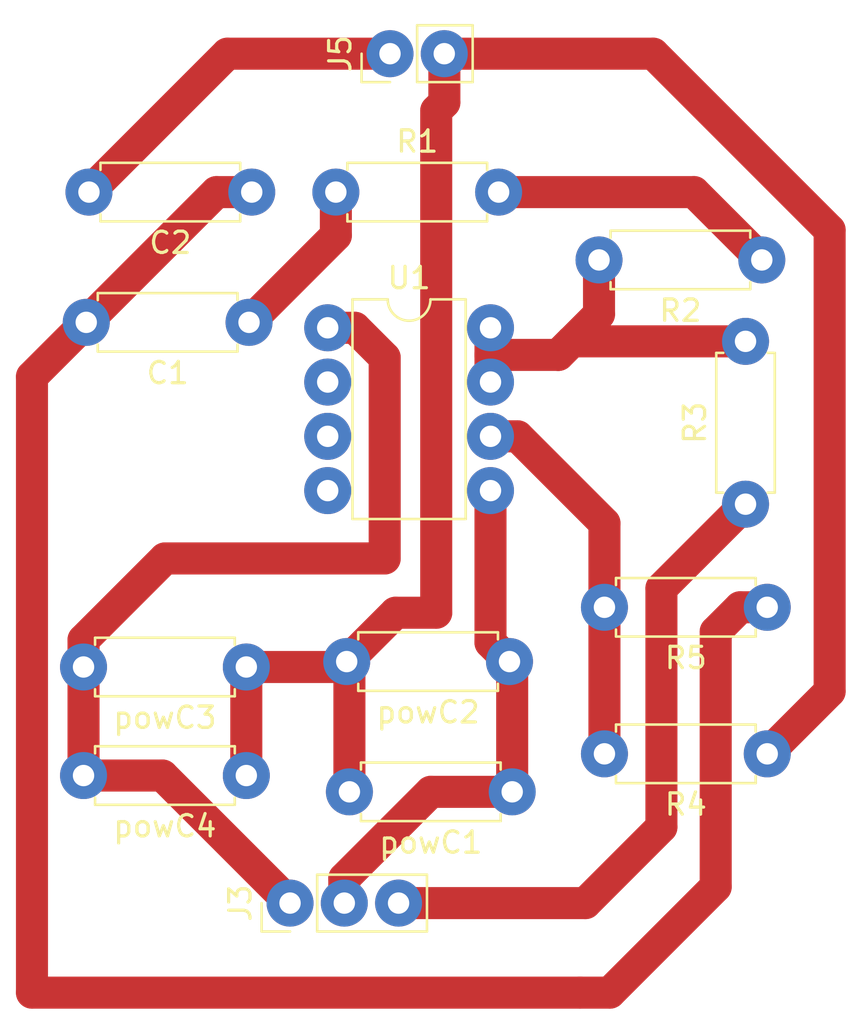
<source format=kicad_pcb>
(kicad_pcb (version 20221018) (generator pcbnew)
  (layers (0 "F.Cu" signal) (31 "B.Cu" signal) (34 "B.Paste" user) (35 "F.Paste" user) (36 "B.SilkS" user "B.Silkscreen") (37 "F.SilkS" user "F.Silkscreen") (38 "B.Mask" user) (39 "F.Mask" user) (44 "Edge.Cuts" user))
  (net 0 "")
  (net 1 "Net-(C1-Pad1)")
  (net 2 "Net-(C1-Pad2)")
  (net 3 "GND")
  (net 4 "Net-(R1-Pad2)")
  (net 5 "Net-(U1-+Vs)")
  (net 6 "Net-(U1--IN2)")
  (net 10 "/Vout")
  (net 11 "/V+")
  (net 12 "/V-")
  (net 13 "/Vin")
  (footprint "Resistor_THT:R_Axial_DIN0207_L6.3mm_D2.5mm_P7.62mm_Horizontal" (layer "F.Cu") (at 51.181 38.1 90)
    (fp_text reference "R3" (at 3.81 -2.37 90) (layer "F.SilkS"))
    (fp_text value "47k")
    (fp_line (start 0.54 -1.37) (end 7.08 -1.37) (stroke (width 0.12)) (layer "F.SilkS"))
    (fp_line (start 0.54 -1.04) (end 0.54 -1.37) (stroke (width 0.12)) (layer "F.SilkS"))
    (fp_line (start 0.54 1.04) (end 0.54 1.37) (stroke (width 0.12)) (layer "F.SilkS"))
    (fp_line (start 0.54 1.37) (end 7.08 1.37) (stroke (width 0.12)) (layer "F.SilkS"))
    (fp_line (start 7.08 -1.37) (end 7.08 -1.04) (stroke (width 0.12)) (layer "F.SilkS"))
    (fp_line (start 7.08 1.37) (end 7.08 1.04) (stroke (width 0.12)) (layer "F.SilkS"))
    (pad "1" thru_hole circle (at 0 0 90) (size 2.2 2.2) (drill 1) (layers "*.Cu" "*.Mask") (net 13 "/Vin"))
    (pad "2" thru_hole circle (at 7.62 0 90) (size 2.2 2.2) (drill 1) (layers "*.Cu" "*.Mask") (net 5 "Net-(U1-+Vs)"))
  )
  (footprint "Resistor_THT:R_Axial_DIN0207_L6.3mm_D2.5mm_P7.62mm_Horizontal" (layer "F.Cu") (at 52.197 49.784 180)
    (fp_text reference "R4" (at 3.81 -2.37) (layer "F.SilkS"))
    (fp_text value "47k")
    (fp_line (start 0.54 -1.37) (end 7.08 -1.37) (stroke (width 0.12)) (layer "F.SilkS"))
    (fp_line (start 0.54 -1.04) (end 0.54 -1.37) (stroke (width 0.12)) (layer "F.SilkS"))
    (fp_line (start 0.54 1.04) (end 0.54 1.37) (stroke (width 0.12)) (layer "F.SilkS"))
    (fp_line (start 0.54 1.37) (end 7.08 1.37) (stroke (width 0.12)) (layer "F.SilkS"))
    (fp_line (start 7.08 -1.37) (end 7.08 -1.04) (stroke (width 0.12)) (layer "F.SilkS"))
    (fp_line (start 7.08 1.37) (end 7.08 1.04) (stroke (width 0.12)) (layer "F.SilkS"))
    (pad "1" thru_hole circle (at 0 0 180) (size 2.2 2.2) (drill 1) (layers "*.Cu" "*.Mask") (net 3 "GND"))
    (pad "2" thru_hole circle (at 7.62 0 180) (size 2.2 2.2) (drill 1) (layers "*.Cu" "*.Mask") (net 6 "Net-(U1--IN2)"))
  )
  (footprint "Connector_PinHeader_2.54mm:PinHeader_1x03_P2.54mm_Vertical" (layer "F.Cu") (at 29.86 56.769 90)
    (fp_text reference "J3" (at 0 -2.33 90) (layer "F.SilkS"))
    (fp_text value "V+/V-/Vin")
    (fp_line (start -1.33 -1.33) (end 0 -1.33) (stroke (width 0.12)) (layer "F.SilkS"))
    (fp_line (start -1.33 0) (end -1.33 -1.33) (stroke (width 0.12)) (layer "F.SilkS"))
    (fp_line (start -1.33 1.27) (end -1.33 6.41) (stroke (width 0.12)) (layer "F.SilkS"))
    (fp_line (start -1.33 1.27) (end 1.33 1.27) (stroke (width 0.12)) (layer "F.SilkS"))
    (fp_line (start -1.33 6.41) (end 1.33 6.41) (stroke (width 0.12)) (layer "F.SilkS"))
    (fp_line (start 1.33 1.27) (end 1.33 6.41) (stroke (width 0.12)) (layer "F.SilkS"))
    (pad "1" thru_hole circle (at 0 0 90) (size 2.2 2.2) (drill 1) (layers "*.Cu" "*.Mask") (net 11 "/V+"))
    (pad "2" thru_hole circle (at 0 2.54 90) (size 2.2 2.2) (drill 1) (layers "*.Cu" "*.Mask") (net 12 "/V-"))
    (pad "3" thru_hole circle (at 0 5.08 90) (size 2.2 2.2) (drill 1) (layers "*.Cu" "*.Mask") (net 13 "/Vin"))
  )
  (footprint "Resistor_THT:R_Axial_DIN0207_L6.3mm_D2.5mm_P7.62mm_Horizontal" (layer "F.Cu") (at 52.197 42.926 180)
    (fp_text reference "R5" (at 3.81 -2.37) (layer "F.SilkS"))
    (fp_text value "47k")
    (fp_line (start 0.54 -1.37) (end 7.08 -1.37) (stroke (width 0.12)) (layer "F.SilkS"))
    (fp_line (start 0.54 -1.04) (end 0.54 -1.37) (stroke (width 0.12)) (layer "F.SilkS"))
    (fp_line (start 0.54 1.04) (end 0.54 1.37) (stroke (width 0.12)) (layer "F.SilkS"))
    (fp_line (start 0.54 1.37) (end 7.08 1.37) (stroke (width 0.12)) (layer "F.SilkS"))
    (fp_line (start 7.08 -1.37) (end 7.08 -1.04) (stroke (width 0.12)) (layer "F.SilkS"))
    (fp_line (start 7.08 1.37) (end 7.08 1.04) (stroke (width 0.12)) (layer "F.SilkS"))
    (pad "1" thru_hole circle (at 0 0 180) (size 2.2 2.2) (drill 1) (layers "*.Cu" "*.Mask") (net 2 "Net-(C1-Pad2)"))
    (pad "2" thru_hole circle (at 7.62 0 180) (size 2.2 2.2) (drill 1) (layers "*.Cu" "*.Mask") (net 6 "Net-(U1--IN2)"))
  )
  (footprint "Resistor_THT:R_Axial_DIN0207_L6.3mm_D2.5mm_P7.62mm_Horizontal" (layer "F.Cu") (at 28.067 23.495 180)
    (fp_text reference "C2" (at 3.81 -2.37) (layer "F.SilkS"))
    (fp_text value "1u")
    (fp_line (start 0.54 -1.37) (end 7.08 -1.37) (stroke (width 0.12)) (layer "F.SilkS"))
    (fp_line (start 0.54 -1.04) (end 0.54 -1.37) (stroke (width 0.12)) (layer "F.SilkS"))
    (fp_line (start 0.54 1.04) (end 0.54 1.37) (stroke (width 0.12)) (layer "F.SilkS"))
    (fp_line (start 0.54 1.37) (end 7.08 1.37) (stroke (width 0.12)) (layer "F.SilkS"))
    (fp_line (start 7.08 -1.37) (end 7.08 -1.04) (stroke (width 0.12)) (layer "F.SilkS"))
    (fp_line (start 7.08 1.37) (end 7.08 1.04) (stroke (width 0.12)) (layer "F.SilkS"))
    (pad "1" thru_hole circle (at 0 0 180) (size 2.2 2.2) (drill 1) (layers "*.Cu" "*.Mask") (net 2 "Net-(C1-Pad2)"))
    (pad "2" thru_hole circle (at 7.62 0 180) (size 2.2 2.2) (drill 1) (layers "*.Cu" "*.Mask") (net 10 "/Vout"))
  )
  (footprint "Resistor_THT:R_Axial_DIN0207_L6.3mm_D2.5mm_P7.62mm_Horizontal" (layer "F.Cu") (at 32.004 23.495)
    (fp_text reference "R1" (at 3.81 -2.37) (layer "F.SilkS"))
    (fp_text value "1k")
    (fp_line (start 0.54 -1.37) (end 7.08 -1.37) (stroke (width 0.12)) (layer "F.SilkS"))
    (fp_line (start 0.54 -1.04) (end 0.54 -1.37) (stroke (width 0.12)) (layer "F.SilkS"))
    (fp_line (start 0.54 1.04) (end 0.54 1.37) (stroke (width 0.12)) (layer "F.SilkS"))
    (fp_line (start 0.54 1.37) (end 7.08 1.37) (stroke (width 0.12)) (layer "F.SilkS"))
    (fp_line (start 7.08 -1.37) (end 7.08 -1.04) (stroke (width 0.12)) (layer "F.SilkS"))
    (fp_line (start 7.08 1.37) (end 7.08 1.04) (stroke (width 0.12)) (layer "F.SilkS"))
    (pad "1" thru_hole circle (at 0 0) (size 2.2 2.2) (drill 1) (layers "*.Cu" "*.Mask") (net 1 "Net-(C1-Pad1)"))
    (pad "2" thru_hole circle (at 7.62 0) (size 2.2 2.2) (drill 1) (layers "*.Cu" "*.Mask") (net 4 "Net-(R1-Pad2)"))
  )
  (footprint "Resistor_THT:R_Axial_DIN0207_L6.3mm_D2.5mm_P7.62mm_Horizontal" (layer "F.Cu") (at 40.132 45.466 180)
    (fp_text reference "powC2" (at 3.81 -2.37) (layer "F.SilkS"))
    (fp_text value "1n")
    (fp_line (start 0.54 -1.37) (end 7.08 -1.37) (stroke (width 0.12)) (layer "F.SilkS"))
    (fp_line (start 0.54 -1.04) (end 0.54 -1.37) (stroke (width 0.12)) (layer "F.SilkS"))
    (fp_line (start 0.54 1.04) (end 0.54 1.37) (stroke (width 0.12)) (layer "F.SilkS"))
    (fp_line (start 0.54 1.37) (end 7.08 1.37) (stroke (width 0.12)) (layer "F.SilkS"))
    (fp_line (start 7.08 -1.37) (end 7.08 -1.04) (stroke (width 0.12)) (layer "F.SilkS"))
    (fp_line (start 7.08 1.37) (end 7.08 1.04) (stroke (width 0.12)) (layer "F.SilkS"))
    (pad "1" thru_hole circle (at 0 0 180) (size 2.2 2.2) (drill 1) (layers "*.Cu" "*.Mask") (net 12 "/V-"))
    (pad "2" thru_hole circle (at 7.62 0 180) (size 2.2 2.2) (drill 1) (layers "*.Cu" "*.Mask") (net 3 "GND"))
  )
  (footprint "Resistor_THT:R_Axial_DIN0207_L6.3mm_D2.5mm_P7.62mm_Horizontal" (layer "F.Cu") (at 27.813 45.72 180)
    (fp_text reference "powC3" (at 3.81 -2.37) (layer "F.SilkS"))
    (fp_text value "1u")
    (fp_line (start 0.54 -1.37) (end 7.08 -1.37) (stroke (width 0.12)) (layer "F.SilkS"))
    (fp_line (start 0.54 -1.04) (end 0.54 -1.37) (stroke (width 0.12)) (layer "F.SilkS"))
    (fp_line (start 0.54 1.04) (end 0.54 1.37) (stroke (width 0.12)) (layer "F.SilkS"))
    (fp_line (start 0.54 1.37) (end 7.08 1.37) (stroke (width 0.12)) (layer "F.SilkS"))
    (fp_line (start 7.08 -1.37) (end 7.08 -1.04) (stroke (width 0.12)) (layer "F.SilkS"))
    (fp_line (start 7.08 1.37) (end 7.08 1.04) (stroke (width 0.12)) (layer "F.SilkS"))
    (pad "1" thru_hole circle (at 0 0 180) (size 2.2 2.2) (drill 1) (layers "*.Cu" "*.Mask") (net 3 "GND"))
    (pad "2" thru_hole circle (at 7.62 0 180) (size 2.2 2.2) (drill 1) (layers "*.Cu" "*.Mask") (net 11 "/V+"))
  )
  (footprint "Resistor_THT:R_Axial_DIN0207_L6.3mm_D2.5mm_P7.62mm_Horizontal" (layer "F.Cu") (at 27.94 29.591 180)
    (fp_text reference "C1" (at 3.81 -2.37) (layer "F.SilkS"))
    (fp_text value "1u")
    (fp_line (start 0.54 -1.37) (end 7.08 -1.37) (stroke (width 0.12)) (layer "F.SilkS"))
    (fp_line (start 0.54 -1.04) (end 0.54 -1.37) (stroke (width 0.12)) (layer "F.SilkS"))
    (fp_line (start 0.54 1.04) (end 0.54 1.37) (stroke (width 0.12)) (layer "F.SilkS"))
    (fp_line (start 0.54 1.37) (end 7.08 1.37) (stroke (width 0.12)) (layer "F.SilkS"))
    (fp_line (start 7.08 -1.37) (end 7.08 -1.04) (stroke (width 0.12)) (layer "F.SilkS"))
    (fp_line (start 7.08 1.37) (end 7.08 1.04) (stroke (width 0.12)) (layer "F.SilkS"))
    (pad "1" thru_hole circle (at 0 0 180) (size 2.2 2.2) (drill 1) (layers "*.Cu" "*.Mask") (net 1 "Net-(C1-Pad1)"))
    (pad "2" thru_hole circle (at 7.62 0 180) (size 2.2 2.2) (drill 1) (layers "*.Cu" "*.Mask") (net 2 "Net-(C1-Pad2)"))
  )
  (footprint "Package_DIP:DIP-8_W7.62mm" (layer "F.Cu") (at 31.623 29.845)
    (fp_text reference "U1" (at 3.81 -2.33) (layer "F.SilkS"))
    (fp_text value "AD8066_SOIC")
    (fp_line (start 1.16 -1.33) (end 1.16 8.95) (stroke (width 0.12)) (layer "F.SilkS"))
    (fp_line (start 1.16 8.95) (end 6.46 8.95) (stroke (width 0.12)) (layer "F.SilkS"))
    (fp_line (start 2.81 -1.33) (end 1.16 -1.33) (stroke (width 0.12)) (layer "F.SilkS"))
    (fp_line (start 6.46 -1.33) (end 4.81 -1.33) (stroke (width 0.12)) (layer "F.SilkS"))
    (fp_line (start 6.46 8.95) (end 6.46 -1.33) (stroke (width 0.12)) (layer "F.SilkS"))
    (fp_arc (start 4.81 -1.33) (mid 3.81 -0.33) (end 2.81 -1.33) (stroke (width 0.12)) (layer "F.SilkS"))
    (pad "1" thru_hole circle (at 0 0) (size 2.2 2.2) (drill 1) (layers "*.Cu" "*.Mask") (net 11 "/V+"))
    (pad "2" thru_hole circle (at 0 2.54) (size 2.2 2.2) (drill 1) (layers "*.Cu" "*.Mask"))
    (pad "3" thru_hole circle (at 0 5.08) (size 2.2 2.2) (drill 1) (layers "*.Cu" "*.Mask"))
    (pad "4" thru_hole circle (at 0 7.62) (size 2.2 2.2) (drill 1) (layers "*.Cu" "*.Mask"))
    (pad "5" thru_hole circle (at 7.62 7.62) (size 2.2 2.2) (drill 1) (layers "*.Cu" "*.Mask") (net 12 "/V-"))
    (pad "6" thru_hole circle (at 7.62 5.08) (size 2.2 2.2) (drill 1) (layers "*.Cu" "*.Mask") (net 6 "Net-(U1--IN2)"))
    (pad "7" thru_hole circle (at 7.62 2.54) (size 2.2 2.2) (drill 1) (layers "*.Cu" "*.Mask") (net 5 "Net-(U1-+Vs)"))
    (pad "8" thru_hole circle (at 7.62 0) (size 2.2 2.2) (drill 1) (layers "*.Cu" "*.Mask") (net 5 "Net-(U1-+Vs)"))
  )
  (footprint "Resistor_THT:R_Axial_DIN0207_L6.3mm_D2.5mm_P7.62mm_Horizontal" (layer "F.Cu") (at 51.943 26.67 180)
    (fp_text reference "R2" (at 3.81 -2.37) (layer "F.SilkS"))
    (fp_text value "47k")
    (fp_line (start 0.54 -1.37) (end 7.08 -1.37) (stroke (width 0.12)) (layer "F.SilkS"))
    (fp_line (start 0.54 -1.04) (end 0.54 -1.37) (stroke (width 0.12)) (layer "F.SilkS"))
    (fp_line (start 0.54 1.04) (end 0.54 1.37) (stroke (width 0.12)) (layer "F.SilkS"))
    (fp_line (start 0.54 1.37) (end 7.08 1.37) (stroke (width 0.12)) (layer "F.SilkS"))
    (fp_line (start 7.08 -1.37) (end 7.08 -1.04) (stroke (width 0.12)) (layer "F.SilkS"))
    (fp_line (start 7.08 1.37) (end 7.08 1.04) (stroke (width 0.12)) (layer "F.SilkS"))
    (pad "1" thru_hole circle (at 0 0 180) (size 2.2 2.2) (drill 1) (layers "*.Cu" "*.Mask") (net 4 "Net-(R1-Pad2)"))
    (pad "2" thru_hole circle (at 7.62 0 180) (size 2.2 2.2) (drill 1) (layers "*.Cu" "*.Mask") (net 5 "Net-(U1-+Vs)"))
  )
  (footprint "Connector_PinHeader_2.54mm:PinHeader_1x02_P2.54mm_Vertical" (layer "F.Cu") (at 34.539 17.018 90)
    (fp_text reference "J5" (at 0 -2.33 90) (layer "F.SilkS"))
    (fp_text value "Vout/GND")
    (fp_line (start -1.33 -1.33) (end 0 -1.33) (stroke (width 0.12)) (layer "F.SilkS"))
    (fp_line (start -1.33 0) (end -1.33 -1.33) (stroke (width 0.12)) (layer "F.SilkS"))
    (fp_line (start -1.33 1.27) (end -1.33 3.87) (stroke (width 0.12)) (layer "F.SilkS"))
    (fp_line (start -1.33 1.27) (end 1.33 1.27) (stroke (width 0.12)) (layer "F.SilkS"))
    (fp_line (start -1.33 3.87) (end 1.33 3.87) (stroke (width 0.12)) (layer "F.SilkS"))
    (fp_line (start 1.33 1.27) (end 1.33 3.87) (stroke (width 0.12)) (layer "F.SilkS"))
    (pad "1" thru_hole circle (at 0 0 90) (size 2.2 2.2) (drill 1) (layers "*.Cu" "*.Mask") (net 10 "/Vout"))
    (pad "2" thru_hole circle (at 0 2.54 90) (size 2.2 2.2) (drill 1) (layers "*.Cu" "*.Mask") (net 3 "GND"))
  )
  (footprint "Resistor_THT:R_Axial_DIN0207_L6.3mm_D2.5mm_P7.62mm_Horizontal" (layer "F.Cu") (at 27.813 50.8 180)
    (fp_text reference "powC4" (at 3.81 -2.37) (layer "F.SilkS"))
    (fp_text value "1n")
    (fp_line (start 0.54 -1.37) (end 7.08 -1.37) (stroke (width 0.12)) (layer "F.SilkS"))
    (fp_line (start 0.54 -1.04) (end 0.54 -1.37) (stroke (width 0.12)) (layer "F.SilkS"))
    (fp_line (start 0.54 1.04) (end 0.54 1.37) (stroke (width 0.12)) (layer "F.SilkS"))
    (fp_line (start 0.54 1.37) (end 7.08 1.37) (stroke (width 0.12)) (layer "F.SilkS"))
    (fp_line (start 7.08 -1.37) (end 7.08 -1.04) (stroke (width 0.12)) (layer "F.SilkS"))
    (fp_line (start 7.08 1.37) (end 7.08 1.04) (stroke (width 0.12)) (layer "F.SilkS"))
    (pad "1" thru_hole circle (at 0 0 180) (size 2.2 2.2) (drill 1) (layers "*.Cu" "*.Mask") (net 3 "GND"))
    (pad "2" thru_hole circle (at 7.62 0 180) (size 2.2 2.2) (drill 1) (layers "*.Cu" "*.Mask") (net 11 "/V+"))
  )
  (footprint "Resistor_THT:R_Axial_DIN0207_L6.3mm_D2.5mm_P7.62mm_Horizontal" (layer "F.Cu") (at 40.259 51.562 180)
    (fp_text reference "powC1" (at 3.81 -2.37) (layer "F.SilkS"))
    (fp_text value "1u")
    (fp_line (start 0.54 -1.37) (end 7.08 -1.37) (stroke (width 0.12)) (layer "F.SilkS"))
    (fp_line (start 0.54 -1.04) (end 0.54 -1.37) (stroke (width 0.12)) (layer "F.SilkS"))
    (fp_line (start 0.54 1.04) (end 0.54 1.37) (stroke (width 0.12)) (layer "F.SilkS"))
    (fp_line (start 0.54 1.37) (end 7.08 1.37) (stroke (width 0.12)) (layer "F.SilkS"))
    (fp_line (start 7.08 -1.37) (end 7.08 -1.04) (stroke (width 0.12)) (layer "F.SilkS"))
    (fp_line (start 7.08 1.37) (end 7.08 1.04) (stroke (width 0.12)) (layer "F.SilkS"))
    (pad "1" thru_hole circle (at 0 0 180) (size 2.2 2.2) (drill 1) (layers "*.Cu" "*.Mask") (net 12 "/V-"))
    (pad "2" thru_hole circle (at 7.62 0 180) (size 2.2 2.2) (drill 1) (layers "*.Cu" "*.Mask") (net 3 "GND"))
  )
  (segment (start 32.004 25.527) (end 27.94 29.591) (width 1.5) (layer "F.Cu") (net 1))
  (segment (start 32.004 23.495) (end 32.004 25.527) (width 1.5) (layer "F.Cu") (net 1))
  (segment (start 50.927 42.926) (end 49.784 44.069) (width 1.5) (layer "F.Cu") (net 2))
  (segment (start 28.067 23.495) (end 26.416 23.495) (width 1.5) (layer "F.Cu") (net 2))
  (segment (start 49.784 56.007) (end 44.831 60.96) (width 1.5) (layer "F.Cu") (net 2))
  (segment (start 44.831 60.96) (end 43.434 60.96) (width 1.5) (layer "F.Cu") (net 2))
  (segment (start 17.78 32.131) (end 20.32 29.591) (width 1.5) (layer "F.Cu") (net 2))
  (segment (start 43.434 60.96) (end 17.78 60.96) (width 1.5) (layer "F.Cu") (net 2))
  (segment (start 17.78 60.96) (end 17.78 32.131) (width 1.5) (layer "F.Cu") (net 2))
  (segment (start 52.197 42.926) (end 50.927 42.926) (width 1.5) (layer "F.Cu") (net 2))
  (segment (start 26.416 23.495) (end 20.32 29.591) (width 1.5) (layer "F.Cu") (net 2))
  (segment (start 49.784 44.069) (end 49.784 56.007) (width 1.5) (layer "F.Cu") (net 2))
  (segment (start 37.084 17.023) (end 37.079 17.018) (width 1.5) (layer "F.Cu") (net 3))
  (segment (start 55.118 46.863) (end 52.197 49.784) (width 1.5) (layer "F.Cu") (net 3))
  (segment (start 32.639 45.593) (end 32.512 45.466) (width 1.5) (layer "F.Cu") (net 3))
  (segment (start 46.863 17.018) (end 55.118 25.273) (width 1.5) (layer "F.Cu") (net 3))
  (segment (start 37.084 19.304) (end 37.084 17.023) (width 1.5) (layer "F.Cu") (net 3))
  (segment (start 34.798 43.18) (end 36.703 43.18) (width 1.5) (layer "F.Cu") (net 3))
  (segment (start 55.118 25.273) (end 55.118 46.863) (width 1.5) (layer "F.Cu") (net 3))
  (segment (start 32.639 51.562) (end 32.639 45.593) (width 1.5) (layer "F.Cu") (net 3))
  (segment (start 32.258 45.72) (end 32.512 45.466) (width 1.5) (layer "F.Cu") (net 3))
  (segment (start 37.079 17.018) (end 46.863 17.018) (width 1.5) (layer "F.Cu") (net 3))
  (segment (start 36.703 19.685) (end 37.084 19.304) (width 1.5) (layer "F.Cu") (net 3))
  (segment (start 36.703 43.18) (end 36.703 19.685) (width 1.5) (layer "F.Cu") (net 3))
  (segment (start 32.512 45.466) (end 34.798 43.18) (width 1.5) (layer "F.Cu") (net 3))
  (segment (start 27.813 50.8) (end 27.813 45.72) (width 1.5) (layer "F.Cu") (net 3))
  (segment (start 27.813 45.72) (end 32.258 45.72) (width 1.5) (layer "F.Cu") (net 3))
  (segment (start 48.768 23.495) (end 51.943 26.67) (width 1.5) (layer "F.Cu") (net 4))
  (segment (start 39.624 23.495) (end 48.768 23.495) (width 1.5) (layer "F.Cu") (net 4))
  (segment (start 43.053 30.48) (end 51.181 30.48) (width 1.5) (layer "F.Cu") (net 5))
  (segment (start 39.243 31.115) (end 42.418 31.115) (width 1.5) (layer "F.Cu") (net 5))
  (segment (start 44.323 26.67) (end 44.323 29.21) (width 1.5) (layer "F.Cu") (net 5))
  (segment (start 42.418 31.115) (end 44.323 29.21) (width 1.5) (layer "F.Cu") (net 5))
  (segment (start 42.418 31.115) (end 43.053 30.48) (width 1.5) (layer "F.Cu") (net 5))
  (segment (start 39.243 31.115) (end 39.243 32.385) (width 1.5) (layer "F.Cu") (net 5))
  (segment (start 39.243 29.845) (end 39.243 31.115) (width 1.5) (layer "F.Cu") (net 5))
  (segment (start 40.513 34.925) (end 44.577 38.989) (width 1.5) (layer "F.Cu") (net 6))
  (segment (start 44.577 38.989) (end 44.577 49.784) (width 1.5) (layer "F.Cu") (net 6))
  (segment (start 39.243 34.925) (end 40.513 34.925) (width 1.5) (layer "F.Cu") (net 6))
  (segment (start 26.924 17.018) (end 34.539 17.018) (width 1.5) (layer "F.Cu") (net 10))
  (segment (start 20.447 23.495) (end 26.924 17.018) (width 1.5) (layer "F.Cu") (net 10))
  (segment (start 23.891 50.8) (end 29.86 56.769) (width 1.5) (layer "F.Cu") (net 11))
  (segment (start 32.893 29.845) (end 34.29 31.242) (width 1.5) (layer "F.Cu") (net 11))
  (segment (start 34.29 31.242) (end 34.29 40.64) (width 1.5) (layer "F.Cu") (net 11))
  (segment (start 20.193 44.45) (end 20.193 45.72) (width 1.5) (layer "F.Cu") (net 11))
  (segment (start 20.193 50.8) (end 23.891 50.8) (width 1.5) (layer "F.Cu") (net 11))
  (segment (start 20.193 50.8) (end 20.193 45.72) (width 1.5) (layer "F.Cu") (net 11))
  (segment (start 24.003 40.64) (end 20.193 44.45) (width 1.5) (layer "F.Cu") (net 11))
  (segment (start 31.623 29.845) (end 32.893 29.845) (width 1.5) (layer "F.Cu") (net 11))
  (segment (start 34.29 40.64) (end 24.003 40.64) (width 1.5) (layer "F.Cu") (net 11))
  (segment (start 40.259 51.562) (end 36.449 51.562) (width 1.5) (layer "F.Cu") (net 12))
  (segment (start 39.243 44.577) (end 40.132 45.466) (width 1.5) (layer "F.Cu") (net 12))
  (segment (start 39.243 37.465) (end 39.243 44.577) (width 1.5) (layer "F.Cu") (net 12))
  (segment (start 36.449 51.562) (end 32.4 55.611) (width 1.5) (layer "F.Cu") (net 12))
  (segment (start 32.4 55.611) (end 32.4 56.769) (width 1.5) (layer "F.Cu") (net 12))
  (segment (start 40.259 51.562) (end 40.259 45.593) (width 1.5) (layer "F.Cu") (net 12))
  (segment (start 40.259 45.593) (end 40.132 45.466) (width 1.5) (layer "F.Cu") (net 12))
  (segment (start 47.244 42.037) (end 47.244 53.213) (width 1.5) (layer "F.Cu") (net 13))
  (segment (start 47.244 53.213) (end 43.688 56.769) (width 1.5) (layer "F.Cu") (net 13))
  (segment (start 43.688 56.769) (end 34.94 56.769) (width 1.5) (layer "F.Cu") (net 13))
  (segment (start 51.181 38.1) (end 47.244 42.037) (width 1.5) (layer "F.Cu") (net 13))
)
</source>
